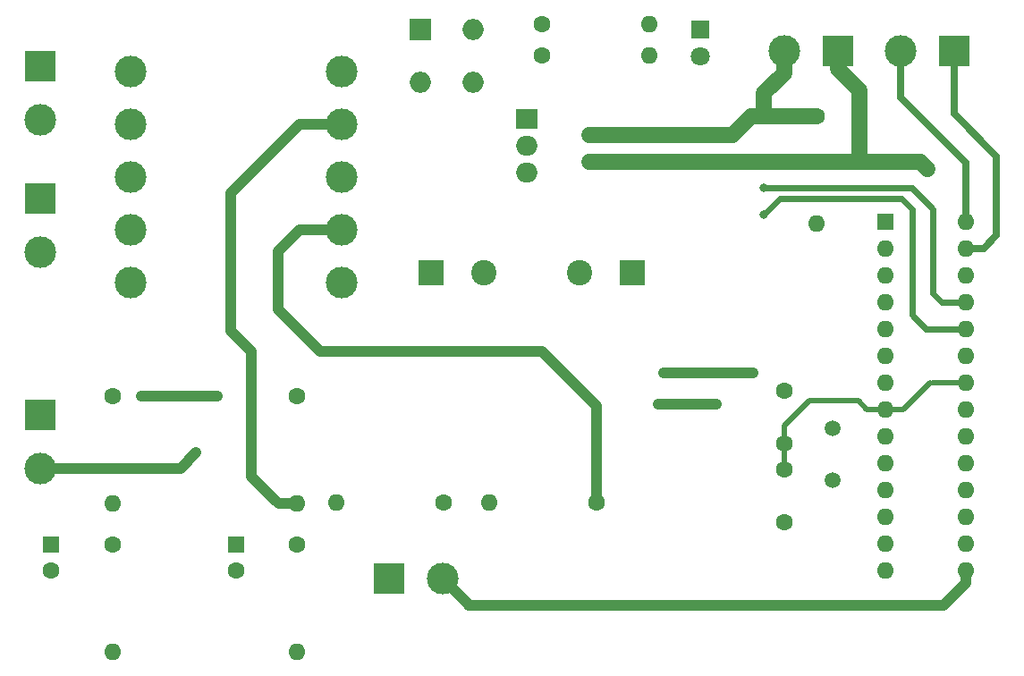
<source format=gtl>
G04 #@! TF.GenerationSoftware,KiCad,Pcbnew,5.0.2+dfsg1-1+deb10u1*
G04 #@! TF.CreationDate,2023-11-23T01:19:21+01:00*
G04 #@! TF.ProjectId,Routeur solaire v2,526f7574-6575-4722-9073-6f6c61697265,rev?*
G04 #@! TF.SameCoordinates,Original*
G04 #@! TF.FileFunction,Copper,L1,Top*
G04 #@! TF.FilePolarity,Positive*
%FSLAX46Y46*%
G04 Gerber Fmt 4.6, Leading zero omitted, Abs format (unit mm)*
G04 Created by KiCad (PCBNEW 5.0.2+dfsg1-1+deb10u1) date jeu. 23 nov. 2023 01:19:21 CET*
%MOMM*%
%LPD*%
G01*
G04 APERTURE LIST*
G04 #@! TA.AperFunction,ComponentPad*
%ADD10R,3.000000X3.000000*%
G04 #@! TD*
G04 #@! TA.AperFunction,ComponentPad*
%ADD11C,3.000000*%
G04 #@! TD*
G04 #@! TA.AperFunction,ComponentPad*
%ADD12O,1.600000X1.600000*%
G04 #@! TD*
G04 #@! TA.AperFunction,ComponentPad*
%ADD13C,1.600000*%
G04 #@! TD*
G04 #@! TA.AperFunction,ComponentPad*
%ADD14R,1.600000X1.600000*%
G04 #@! TD*
G04 #@! TA.AperFunction,ComponentPad*
%ADD15R,2.400000X2.400000*%
G04 #@! TD*
G04 #@! TA.AperFunction,ComponentPad*
%ADD16C,2.400000*%
G04 #@! TD*
G04 #@! TA.AperFunction,ComponentPad*
%ADD17R,2.000000X2.000000*%
G04 #@! TD*
G04 #@! TA.AperFunction,ComponentPad*
%ADD18O,2.000000X2.000000*%
G04 #@! TD*
G04 #@! TA.AperFunction,ComponentPad*
%ADD19O,2.000000X1.905000*%
G04 #@! TD*
G04 #@! TA.AperFunction,ComponentPad*
%ADD20R,2.000000X1.905000*%
G04 #@! TD*
G04 #@! TA.AperFunction,ComponentPad*
%ADD21C,1.800000*%
G04 #@! TD*
G04 #@! TA.AperFunction,ComponentPad*
%ADD22R,1.800000X1.800000*%
G04 #@! TD*
G04 #@! TA.AperFunction,ComponentPad*
%ADD23C,1.500000*%
G04 #@! TD*
G04 #@! TA.AperFunction,ViaPad*
%ADD24C,0.800000*%
G04 #@! TD*
G04 #@! TA.AperFunction,Conductor*
%ADD25C,0.500000*%
G04 #@! TD*
G04 #@! TA.AperFunction,Conductor*
%ADD26C,0.250000*%
G04 #@! TD*
G04 #@! TA.AperFunction,Conductor*
%ADD27C,1.500000*%
G04 #@! TD*
G04 #@! TA.AperFunction,Conductor*
%ADD28C,0.700000*%
G04 #@! TD*
G04 #@! TA.AperFunction,Conductor*
%ADD29C,0.600000*%
G04 #@! TD*
G04 #@! TA.AperFunction,Conductor*
%ADD30C,1.000000*%
G04 #@! TD*
G04 APERTURE END LIST*
D10*
G04 #@! TO.P,Inter 230v ,1*
G04 #@! TO.N,N/C*
X40000000Y-74000000D03*
D11*
G04 #@! TO.P,Inter 230v ,2*
X40000000Y-79080000D03*
G04 #@! TD*
G04 #@! TO.P,230v / 9v,10*
G04 #@! TO.N,N/C*
X68500000Y-82000000D03*
G04 #@! TO.P,230v / 9v,9*
X68500000Y-77000000D03*
G04 #@! TO.P,230v / 9v,8*
X68500000Y-72000000D03*
G04 #@! TO.P,230v / 9v,7*
X68500000Y-67000000D03*
G04 #@! TO.P,230v / 9v,6*
X68500000Y-62000000D03*
G04 #@! TO.P,230v / 9v,5*
X48500000Y-62000000D03*
G04 #@! TO.P,230v / 9v,4*
X48500000Y-67000000D03*
G04 #@! TO.P,230v / 9v,3*
X48500000Y-72000000D03*
G04 #@! TO.P,230v / 9v,2*
X48500000Y-77000000D03*
G04 #@! TO.P,230v / 9v,1*
X48500000Y-82000000D03*
G04 #@! TD*
D12*
G04 #@! TO.P,R/Transfo,2*
G04 #@! TO.N,N/C*
X82475573Y-102828952D03*
D13*
G04 #@! TO.P,R/Transfo,1*
X92635573Y-102828952D03*
G04 #@! TD*
D12*
G04 #@! TO.P,R/Transfo,2*
G04 #@! TO.N,N/C*
X67975573Y-102828952D03*
D13*
G04 #@! TO.P,R/Transfo,1*
X78135573Y-102828952D03*
G04 #@! TD*
G04 #@! TO.P,4\002C7uF,2*
G04 #@! TO.N,N/C*
X58480373Y-109233213D03*
D14*
G04 #@! TO.P,4\002C7uF,1*
X58480373Y-106733213D03*
G04 #@! TD*
D13*
G04 #@! TO.P,100K,1*
G04 #@! TO.N,N/C*
X64316858Y-106733213D03*
D12*
G04 #@! TO.P,100K,2*
X64316858Y-116893213D03*
G04 #@! TD*
D13*
G04 #@! TO.P,100K,1*
G04 #@! TO.N,N/C*
X64316858Y-92733213D03*
D12*
G04 #@! TO.P,100K,2*
X64316858Y-102893213D03*
G04 #@! TD*
D14*
G04 #@! TO.P,4\002C7uF,1*
G04 #@! TO.N,N/C*
X40980373Y-106733213D03*
D13*
G04 #@! TO.P,4\002C7uF,2*
X40980373Y-109233213D03*
G04 #@! TD*
D10*
G04 #@! TO.P,SCT 013 - 30A / 1v,1*
G04 #@! TO.N,N/C*
X39980373Y-94462065D03*
D11*
G04 #@! TO.P,SCT 013 - 30A / 1v,2*
X39980373Y-99542065D03*
G04 #@! TD*
D12*
G04 #@! TO.P,100K,2*
G04 #@! TO.N,N/C*
X46816858Y-116893213D03*
D13*
G04 #@! TO.P,100K,1*
X46816858Y-106733213D03*
G04 #@! TD*
D12*
G04 #@! TO.P,100K,2*
G04 #@! TO.N,N/C*
X46816858Y-102893213D03*
D13*
G04 #@! TO.P,100K,1*
X46816858Y-92733213D03*
G04 #@! TD*
D10*
G04 #@! TO.P,SCL / SDA,1*
G04 #@! TO.N,N/C*
X126500000Y-60000000D03*
D11*
G04 #@! TO.P,SCL / SDA,2*
X121420000Y-60000000D03*
G04 #@! TD*
D13*
G04 #@! TO.P,22pF,1*
G04 #@! TO.N,N/C*
X110462206Y-92178164D03*
G04 #@! TO.P,22pF,2*
X110462206Y-97178164D03*
G04 #@! TD*
D12*
G04 #@! TO.P,10K,2*
G04 #@! TO.N,N/C*
X113462206Y-76338164D03*
D13*
G04 #@! TO.P,10K,1*
X113462206Y-66178164D03*
G04 #@! TD*
D11*
G04 #@! TO.P,+5v / GND,2*
G04 #@! TO.N,N/C*
X110420000Y-60000000D03*
D10*
G04 #@! TO.P,+5v / GND,1*
X115500000Y-60000000D03*
G04 #@! TD*
G04 #@! TO.P,GND / 9PWM,1*
G04 #@! TO.N,N/C*
X73000000Y-110000000D03*
D11*
G04 #@! TO.P,GND / 9PWM,2*
X78080000Y-110000000D03*
G04 #@! TD*
D15*
G04 #@! TO.P,1000uF,1*
G04 #@! TO.N,N/C*
X96000000Y-81000000D03*
D16*
G04 #@! TO.P,1000uF,2*
X91000000Y-81000000D03*
G04 #@! TD*
D11*
G04 #@! TO.P,Secteur 230v ,2*
G04 #@! TO.N,N/C*
X40000000Y-66580000D03*
D10*
G04 #@! TO.P,Secteur 230v ,1*
X40000000Y-61500000D03*
G04 #@! TD*
D17*
G04 #@! TO.P,B40R,1*
G04 #@! TO.N,N/C*
X76000000Y-58000000D03*
D18*
G04 #@! TO.P,B40R,3*
X81000000Y-63000000D03*
G04 #@! TO.P,B40R,2*
X76000000Y-63000000D03*
G04 #@! TO.P,B40R,4*
X81000000Y-58000000D03*
G04 #@! TD*
D16*
G04 #@! TO.P,1000uF,2*
G04 #@! TO.N,N/C*
X82000000Y-81000000D03*
D15*
G04 #@! TO.P,1000uF,1*
X77000000Y-81000000D03*
G04 #@! TD*
D19*
G04 #@! TO.P,RIT 7805,3*
G04 #@! TO.N,N/C*
X86000000Y-71580000D03*
G04 #@! TO.P,RIT 7805,2*
X86000000Y-69040000D03*
D20*
G04 #@! TO.P,RIT 7805,1*
X86000000Y-66500000D03*
G04 #@! TD*
D12*
G04 #@! TO.P,1K,2*
G04 #@! TO.N,N/C*
X97660000Y-57500000D03*
D13*
G04 #@! TO.P,1K,1*
X87500000Y-57500000D03*
G04 #@! TD*
D12*
G04 #@! TO.P,R. Var,2*
G04 #@! TO.N,N/C*
X97660000Y-60500000D03*
D13*
G04 #@! TO.P,R. Var,1*
X87500000Y-60500000D03*
G04 #@! TD*
D21*
G04 #@! TO.P,LED,2*
G04 #@! TO.N,N/C*
X102500000Y-60540000D03*
D22*
G04 #@! TO.P,LED,1*
X102500000Y-58000000D03*
G04 #@! TD*
D12*
G04 #@! TO.P,ATMega328P,28*
G04 #@! TO.N,N/C*
X127582206Y-76178164D03*
G04 #@! TO.P,ATMega328P,14*
X119962206Y-109198164D03*
G04 #@! TO.P,ATMega328P,27*
X127582206Y-78718164D03*
G04 #@! TO.P,ATMega328P,13*
X119962206Y-106658164D03*
G04 #@! TO.P,ATMega328P,26*
X127582206Y-81258164D03*
G04 #@! TO.P,ATMega328P,12*
X119962206Y-104118164D03*
G04 #@! TO.P,ATMega328P,25*
X127582206Y-83798164D03*
G04 #@! TO.P,ATMega328P,11*
X119962206Y-101578164D03*
G04 #@! TO.P,ATMega328P,24*
X127582206Y-86338164D03*
G04 #@! TO.P,ATMega328P,10*
X119962206Y-99038164D03*
G04 #@! TO.P,ATMega328P,23*
X127582206Y-88878164D03*
G04 #@! TO.P,ATMega328P,9*
X119962206Y-96498164D03*
G04 #@! TO.P,ATMega328P,22*
X127582206Y-91418164D03*
G04 #@! TO.P,ATMega328P,8*
X119962206Y-93958164D03*
G04 #@! TO.P,ATMega328P,21*
X127582206Y-93958164D03*
G04 #@! TO.P,ATMega328P,7*
X119962206Y-91418164D03*
G04 #@! TO.P,ATMega328P,20*
X127582206Y-96498164D03*
G04 #@! TO.P,ATMega328P,6*
X119962206Y-88878164D03*
G04 #@! TO.P,ATMega328P,19*
X127582206Y-99038164D03*
G04 #@! TO.P,ATMega328P,5*
X119962206Y-86338164D03*
G04 #@! TO.P,ATMega328P,18*
X127582206Y-101578164D03*
G04 #@! TO.P,ATMega328P,4*
X119962206Y-83798164D03*
G04 #@! TO.P,ATMega328P,17*
X127582206Y-104118164D03*
G04 #@! TO.P,ATMega328P,3*
X119962206Y-81258164D03*
G04 #@! TO.P,ATMega328P,16*
X127582206Y-106658164D03*
G04 #@! TO.P,ATMega328P,2*
X119962206Y-78718164D03*
G04 #@! TO.P,ATMega328P,15*
X127582206Y-109198164D03*
D14*
G04 #@! TO.P,ATMega328P,1*
X119962206Y-76178164D03*
G04 #@! TD*
D23*
G04 #@! TO.P,16Mhz,2*
G04 #@! TO.N,N/C*
X114962206Y-95778164D03*
G04 #@! TO.P,16Mhz,1*
X114962206Y-100678164D03*
G04 #@! TD*
D13*
G04 #@! TO.P,22pF,2*
G04 #@! TO.N,N/C*
X110462206Y-104678164D03*
G04 #@! TO.P,22pF,1*
X110462206Y-99678164D03*
G04 #@! TD*
D24*
G04 #@! TO.N,*
X92000000Y-68000000D03*
X92000000Y-70540000D03*
X123962206Y-71178164D03*
X101500000Y-70540000D03*
X108500000Y-75500000D03*
X54739871Y-98046179D03*
X49552837Y-92733213D03*
X56739871Y-92733213D03*
X108500000Y-73000000D03*
X98500000Y-93500000D03*
X104000000Y-93500000D03*
X99000000Y-90500000D03*
X107500000Y-90500000D03*
G04 #@! TD*
D25*
G04 #@! TO.N,*
X119962206Y-93958164D02*
X121682206Y-93958164D01*
X121682206Y-93958164D02*
X124222206Y-91418164D01*
X124462206Y-91418164D02*
X127582206Y-91418164D01*
D26*
X124222206Y-91418164D02*
X124462206Y-91418164D01*
D25*
X110462206Y-97178164D02*
X110462206Y-99678164D01*
X113962206Y-93178164D02*
X117462206Y-93178164D01*
X118242206Y-93958164D02*
X119962206Y-93958164D01*
X117462206Y-93178164D02*
X118242206Y-93958164D01*
D27*
X92000000Y-68000000D02*
X98500000Y-68000000D01*
D26*
X98460000Y-70540000D02*
X98500000Y-70500000D01*
D27*
X92000000Y-70540000D02*
X98460000Y-70540000D01*
D28*
X127582206Y-78718164D02*
X129281836Y-78718164D01*
D27*
X98500000Y-68000000D02*
X105500000Y-68000000D01*
X105500000Y-68000000D02*
X107321836Y-66178164D01*
X123324042Y-70540000D02*
X123962206Y-71178164D01*
X98460000Y-70540000D02*
X101500000Y-70540000D01*
D25*
X110462206Y-95537794D02*
X110462206Y-97178164D01*
X113962206Y-93178164D02*
X112821836Y-93178164D01*
X112821836Y-93178164D02*
X110462206Y-95537794D01*
D29*
X127582206Y-86338164D02*
X123838164Y-86338164D01*
X123838164Y-86338164D02*
X122500000Y-85000000D01*
X122500000Y-85000000D02*
X122500000Y-75000000D01*
X122500000Y-75000000D02*
X121500000Y-74000000D01*
X121500000Y-74000000D02*
X110000000Y-74000000D01*
X110000000Y-74000000D02*
X108500000Y-75500000D01*
X127582206Y-83798164D02*
X125298164Y-83798164D01*
X125298164Y-83798164D02*
X124500000Y-83000000D01*
X124500000Y-83000000D02*
X124500000Y-76500000D01*
X124500000Y-76500000D02*
X124500000Y-75000000D01*
X124500000Y-75000000D02*
X122500000Y-73000000D01*
X122500000Y-73000000D02*
X108500000Y-73000000D01*
D26*
X54739871Y-98046179D02*
X54739871Y-98046179D01*
D30*
X53243985Y-99542065D02*
X54739871Y-98046179D01*
X39980373Y-99542065D02*
X53243985Y-99542065D01*
X49552837Y-92733213D02*
X56739871Y-92733213D01*
X68500000Y-67000000D02*
X64500000Y-67000000D01*
X64500000Y-67000000D02*
X58500000Y-73000000D01*
X58500000Y-73000000D02*
X58000000Y-73500000D01*
X62586905Y-102893213D02*
X64316858Y-102893213D01*
X68500000Y-77000000D02*
X64500000Y-77000000D01*
X64500000Y-77000000D02*
X62500000Y-79000000D01*
D29*
X108500000Y-73000000D02*
X108500000Y-73000000D01*
D30*
X87500000Y-88500000D02*
X92635573Y-93635573D01*
X66500000Y-88500000D02*
X87500000Y-88500000D01*
X62500000Y-79000000D02*
X62500000Y-84500000D01*
X62500000Y-84500000D02*
X66500000Y-88500000D01*
X98500000Y-93500000D02*
X104000000Y-93500000D01*
X99000000Y-90500000D02*
X107453821Y-90500000D01*
X58000000Y-73500000D02*
X58000000Y-86500000D01*
X58000000Y-86500000D02*
X60000000Y-88500000D01*
X60000000Y-100306308D02*
X62193692Y-102500000D01*
X60000000Y-88500000D02*
X60000000Y-100306308D01*
X62193692Y-102500000D02*
X62586905Y-102893213D01*
D27*
X110420000Y-62121320D02*
X108500000Y-64041320D01*
X108500000Y-64041320D02*
X108500000Y-66178164D01*
X110420000Y-60000000D02*
X110420000Y-62121320D01*
X107321836Y-66178164D02*
X108500000Y-66178164D01*
X108500000Y-66178164D02*
X113462206Y-66178164D01*
X117500000Y-63750000D02*
X117500000Y-70540000D01*
X115500000Y-61750000D02*
X117500000Y-63750000D01*
X115500000Y-60000000D02*
X115500000Y-61750000D01*
X101500000Y-70540000D02*
X117500000Y-70540000D01*
X117500000Y-70540000D02*
X123324042Y-70540000D01*
D28*
X121420000Y-64420000D02*
X121420000Y-60000000D01*
X127582206Y-76178164D02*
X127582206Y-70582206D01*
X127582206Y-70582206D02*
X121420000Y-64420000D01*
X126500000Y-60000000D02*
X126500000Y-66000000D01*
X130500000Y-70000000D02*
X130500000Y-77500000D01*
X126500000Y-66000000D02*
X130500000Y-70000000D01*
X129281836Y-78718164D02*
X130500000Y-77500000D01*
D30*
X92635573Y-93635573D02*
X92635573Y-102828952D01*
X80500000Y-112420000D02*
X78080000Y-110000000D01*
X125500000Y-112500000D02*
X80500000Y-112500000D01*
D26*
X80500000Y-112500000D02*
X80500000Y-112420000D01*
D30*
X127582206Y-109198164D02*
X127582206Y-110417794D01*
X127582206Y-110417794D02*
X125500000Y-112500000D01*
G04 #@! TD*
M02*

</source>
